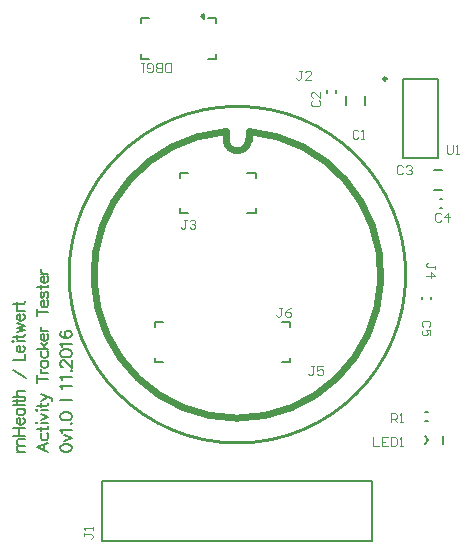
<source format=gto>
%FSLAX25Y25*%
%MOIN*%
G70*
G01*
G75*
G04 Layer_Color=65535*
%ADD10R,0.03150X0.03150*%
%ADD11R,0.03937X0.03937*%
%ADD12R,0.03740X0.03937*%
%ADD13O,0.01575X0.05906*%
%ADD14R,0.07087X0.07480*%
%ADD15R,0.06299X0.07480*%
%ADD16R,0.07284X0.05315*%
%ADD17R,0.05315X0.07284*%
%ADD18R,0.03937X0.03740*%
%ADD19R,0.08661X0.12992*%
%ADD20R,0.08661X0.03740*%
%ADD21C,0.01969*%
%ADD22C,0.00787*%
%ADD23C,0.01181*%
%ADD24C,0.03937*%
%ADD25O,0.04724X0.07480*%
%ADD26O,0.04134X0.04921*%
%ADD27C,0.07087*%
%ADD28O,0.03937X0.04724*%
%ADD29P,0.06494X8X202.5*%
%ADD30R,0.06000X0.06000*%
%ADD31C,0.23622*%
%ADD32C,0.04724*%
%ADD33C,0.02362*%
%ADD34R,0.03937X0.03937*%
%ADD35C,0.02362*%
%ADD36C,0.00984*%
%ADD37C,0.01000*%
%ADD38C,0.00591*%
%ADD39C,0.00492*%
D22*
X62402Y-53642D02*
X63583Y-55118D01*
X62402Y-56595D02*
X63583Y-55118D01*
X68504Y-56299D02*
Y-53937D01*
X62598Y-45669D02*
X63386D01*
X62598Y-48819D02*
X63386D01*
X64468Y-8268D02*
Y-7480D01*
X61516Y-8268D02*
Y-7480D01*
X42618Y56693D02*
Y59449D01*
X36122Y56693D02*
Y59449D01*
X32972Y60630D02*
Y61417D01*
X30020Y60630D02*
Y61417D01*
X65551Y34744D02*
X68307D01*
X65551Y28248D02*
X68307D01*
X67520Y25098D02*
X68307D01*
X67520Y22146D02*
X68307D01*
X-11185Y85240D02*
Y86740D01*
X-12185Y86240D02*
X-11185Y86740D01*
X-12185Y86240D02*
X-11185Y85240D01*
X-32283Y85433D02*
X-29528D01*
X-32283Y83858D02*
Y85433D01*
Y72047D02*
X-29528D01*
X-32283D02*
Y73622D01*
X-9843Y72047D02*
X-7087D01*
Y73622D01*
Y83858D02*
Y85433D01*
X-9843D02*
X-7087D01*
X55118Y38976D02*
X66929D01*
X55118Y65354D02*
X66929D01*
Y38976D02*
Y65354D01*
X55118Y38976D02*
Y65354D01*
X14842Y-15807D02*
X17598D01*
Y-17382D02*
Y-15807D01*
Y-29193D02*
Y-27618D01*
X14842Y-29193D02*
X17598D01*
X-27598D02*
Y-27618D01*
Y-29193D02*
X-24843D01*
X-27598Y-17382D02*
Y-15807D01*
X-24843D01*
X-19114Y33898D02*
X-16358D01*
X-19114Y32323D02*
Y33898D01*
Y20512D02*
X-16358D01*
X-19114D02*
Y22087D01*
X3327Y20512D02*
X6083D01*
Y22087D01*
Y32323D02*
Y33898D01*
X3327D02*
X6083D01*
X-62992Y-56056D02*
X-66928Y-57556D01*
X-62992Y-59055D01*
X-64304Y-58493D02*
Y-56618D01*
X-65054Y-52889D02*
X-65429Y-53263D01*
X-65616Y-53638D01*
Y-54201D01*
X-65429Y-54575D01*
X-65054Y-54950D01*
X-64492Y-55138D01*
X-64117D01*
X-63554Y-54950D01*
X-63180Y-54575D01*
X-62992Y-54201D01*
Y-53638D01*
X-63180Y-53263D01*
X-63554Y-52889D01*
X-66928Y-51483D02*
X-63742D01*
X-63180Y-51295D01*
X-62992Y-50920D01*
Y-50546D01*
X-65616Y-52045D02*
Y-50733D01*
X-66928Y-49608D02*
X-66741Y-49421D01*
X-66928Y-49233D01*
X-67116Y-49421D01*
X-66928Y-49608D01*
X-65616Y-49421D02*
X-62992D01*
X-65616Y-48540D02*
X-62992Y-47415D01*
X-65616Y-46291D02*
X-62992Y-47415D01*
X-66928Y-45279D02*
X-66741Y-45091D01*
X-66928Y-44904D01*
X-67116Y-45091D01*
X-66928Y-45279D01*
X-65616Y-45091D02*
X-62992D01*
X-66928Y-43648D02*
X-63742D01*
X-63180Y-43460D01*
X-62992Y-43086D01*
Y-42711D01*
X-65616Y-44210D02*
Y-42898D01*
Y-41961D02*
X-62992Y-40836D01*
X-65616Y-39712D02*
X-62992Y-40836D01*
X-62242Y-41211D01*
X-61867Y-41586D01*
X-61680Y-41961D01*
Y-42148D01*
X-66928Y-34651D02*
X-62992D01*
X-66928Y-35963D02*
Y-33339D01*
X-65616Y-32870D02*
X-62992D01*
X-64492D02*
X-65054Y-32683D01*
X-65429Y-32308D01*
X-65616Y-31933D01*
Y-31371D01*
Y-28765D02*
X-62992D01*
X-65054D02*
X-65429Y-29140D01*
X-65616Y-29515D01*
Y-30077D01*
X-65429Y-30452D01*
X-65054Y-30827D01*
X-64492Y-31015D01*
X-64117D01*
X-63554Y-30827D01*
X-63180Y-30452D01*
X-62992Y-30077D01*
Y-29515D01*
X-63180Y-29140D01*
X-63554Y-28765D01*
X-65054Y-25466D02*
X-65429Y-25841D01*
X-65616Y-26216D01*
Y-26779D01*
X-65429Y-27153D01*
X-65054Y-27528D01*
X-64492Y-27716D01*
X-64117D01*
X-63554Y-27528D01*
X-63180Y-27153D01*
X-62992Y-26779D01*
Y-26216D01*
X-63180Y-25841D01*
X-63554Y-25466D01*
X-66928Y-24623D02*
X-62992D01*
X-65616Y-22749D02*
X-63742Y-24623D01*
X-64492Y-23873D02*
X-62992Y-22561D01*
X-64492Y-21943D02*
Y-19693D01*
X-64867D01*
X-65241Y-19881D01*
X-65429Y-20068D01*
X-65616Y-20443D01*
Y-21005D01*
X-65429Y-21380D01*
X-65054Y-21755D01*
X-64492Y-21943D01*
X-64117D01*
X-63554Y-21755D01*
X-63180Y-21380D01*
X-62992Y-21005D01*
Y-20443D01*
X-63180Y-20068D01*
X-63554Y-19693D01*
X-65616Y-18850D02*
X-62992D01*
X-64492D02*
X-65054Y-18663D01*
X-65429Y-18288D01*
X-65616Y-17913D01*
Y-17350D01*
X-66928Y-12590D02*
X-62992D01*
X-66928Y-13902D02*
Y-11278D01*
X-64492Y-10809D02*
Y-8560D01*
X-64867D01*
X-65241Y-8747D01*
X-65429Y-8935D01*
X-65616Y-9309D01*
Y-9872D01*
X-65429Y-10247D01*
X-65054Y-10622D01*
X-64492Y-10809D01*
X-64117D01*
X-63554Y-10622D01*
X-63180Y-10247D01*
X-62992Y-9872D01*
Y-9309D01*
X-63180Y-8935D01*
X-63554Y-8560D01*
X-65054Y-5655D02*
X-65429Y-5842D01*
X-65616Y-6404D01*
Y-6966D01*
X-65429Y-7529D01*
X-65054Y-7716D01*
X-64679Y-7529D01*
X-64492Y-7154D01*
X-64304Y-6217D01*
X-64117Y-5842D01*
X-63742Y-5655D01*
X-63554D01*
X-63180Y-5842D01*
X-62992Y-6404D01*
Y-6966D01*
X-63180Y-7529D01*
X-63554Y-7716D01*
X-66928Y-4267D02*
X-63742D01*
X-63180Y-4080D01*
X-62992Y-3705D01*
Y-3330D01*
X-65616Y-4830D02*
Y-3518D01*
X-64492Y-2768D02*
Y-519D01*
X-64867D01*
X-65241Y-706D01*
X-65429Y-894D01*
X-65616Y-1268D01*
Y-1831D01*
X-65429Y-2206D01*
X-65054Y-2581D01*
X-64492Y-2768D01*
X-64117D01*
X-63554Y-2581D01*
X-63180Y-2206D01*
X-62992Y-1831D01*
Y-1268D01*
X-63180Y-894D01*
X-63554Y-519D01*
X-65616Y325D02*
X-62992D01*
X-64492D02*
X-65054Y512D01*
X-65429Y887D01*
X-65616Y1262D01*
Y1824D01*
X-59054Y-57930D02*
X-58867Y-58493D01*
X-58305Y-58868D01*
X-57367Y-59055D01*
X-56805D01*
X-55868Y-58868D01*
X-55306Y-58493D01*
X-55118Y-57930D01*
Y-57556D01*
X-55306Y-56993D01*
X-55868Y-56618D01*
X-56805Y-56431D01*
X-57367D01*
X-58305Y-56618D01*
X-58867Y-56993D01*
X-59054Y-57556D01*
Y-57930D01*
X-57742Y-55550D02*
X-55118Y-54425D01*
X-57742Y-53301D02*
X-55118Y-54425D01*
X-58305Y-52663D02*
X-58492Y-52289D01*
X-59054Y-51726D01*
X-55118D01*
X-55493Y-49590D02*
X-55306Y-49777D01*
X-55118Y-49590D01*
X-55306Y-49402D01*
X-55493Y-49590D01*
X-59054Y-47415D02*
X-58867Y-47978D01*
X-58305Y-48353D01*
X-57367Y-48540D01*
X-56805D01*
X-55868Y-48353D01*
X-55306Y-47978D01*
X-55118Y-47415D01*
Y-47040D01*
X-55306Y-46478D01*
X-55868Y-46103D01*
X-56805Y-45916D01*
X-57367D01*
X-58305Y-46103D01*
X-58867Y-46478D01*
X-59054Y-47040D01*
Y-47415D01*
Y-41942D02*
X-55118D01*
X-58305Y-38025D02*
X-58492Y-37650D01*
X-59054Y-37088D01*
X-55118D01*
X-58305Y-35138D02*
X-58492Y-34763D01*
X-59054Y-34201D01*
X-55118D01*
X-55493Y-32064D02*
X-55306Y-32252D01*
X-55118Y-32064D01*
X-55306Y-31877D01*
X-55493Y-32064D01*
X-58117Y-30827D02*
X-58305D01*
X-58679Y-30640D01*
X-58867Y-30452D01*
X-59054Y-30077D01*
Y-29328D01*
X-58867Y-28953D01*
X-58679Y-28765D01*
X-58305Y-28578D01*
X-57930D01*
X-57555Y-28765D01*
X-56993Y-29140D01*
X-55118Y-31015D01*
Y-28390D01*
X-59054Y-26385D02*
X-58867Y-26947D01*
X-58305Y-27322D01*
X-57367Y-27510D01*
X-56805D01*
X-55868Y-27322D01*
X-55306Y-26947D01*
X-55118Y-26385D01*
Y-26010D01*
X-55306Y-25448D01*
X-55868Y-25073D01*
X-56805Y-24885D01*
X-57367D01*
X-58305Y-25073D01*
X-58867Y-25448D01*
X-59054Y-26010D01*
Y-26385D01*
X-58305Y-24004D02*
X-58492Y-23630D01*
X-59054Y-23067D01*
X-55118D01*
X-58492Y-18869D02*
X-58867Y-19056D01*
X-59054Y-19618D01*
Y-19993D01*
X-58867Y-20556D01*
X-58305Y-20931D01*
X-57367Y-21118D01*
X-56430D01*
X-55680Y-20931D01*
X-55306Y-20556D01*
X-55118Y-19993D01*
Y-19806D01*
X-55306Y-19244D01*
X-55680Y-18869D01*
X-56243Y-18681D01*
X-56430D01*
X-56993Y-18869D01*
X-57367Y-19244D01*
X-57555Y-19806D01*
Y-19993D01*
X-57367Y-20556D01*
X-56993Y-20931D01*
X-56430Y-21118D01*
X-73490Y-59055D02*
X-70866D01*
X-72741D02*
X-73303Y-58493D01*
X-73490Y-58118D01*
Y-57556D01*
X-73303Y-57181D01*
X-72741Y-56993D01*
X-70866D01*
X-72741D02*
X-73303Y-56431D01*
X-73490Y-56056D01*
Y-55494D01*
X-73303Y-55119D01*
X-72741Y-54931D01*
X-70866D01*
X-74802Y-53694D02*
X-70866D01*
X-74802Y-51070D02*
X-70866D01*
X-72928Y-53694D02*
Y-51070D01*
X-72366Y-49983D02*
Y-47734D01*
X-72741D01*
X-73115Y-47921D01*
X-73303Y-48109D01*
X-73490Y-48484D01*
Y-49046D01*
X-73303Y-49421D01*
X-72928Y-49796D01*
X-72366Y-49983D01*
X-71991D01*
X-71428Y-49796D01*
X-71054Y-49421D01*
X-70866Y-49046D01*
Y-48484D01*
X-71054Y-48109D01*
X-71428Y-47734D01*
X-73490Y-44641D02*
X-70866D01*
X-72928D02*
X-73303Y-45016D01*
X-73490Y-45391D01*
Y-45953D01*
X-73303Y-46328D01*
X-72928Y-46703D01*
X-72366Y-46891D01*
X-71991D01*
X-71428Y-46703D01*
X-71054Y-46328D01*
X-70866Y-45953D01*
Y-45391D01*
X-71054Y-45016D01*
X-71428Y-44641D01*
X-74802Y-43592D02*
X-70866D01*
X-74802Y-42205D02*
X-71616D01*
X-71054Y-42017D01*
X-70866Y-41642D01*
Y-41267D01*
X-73490Y-42767D02*
Y-41455D01*
X-74802Y-40705D02*
X-70866D01*
X-72741D02*
X-73303Y-40143D01*
X-73490Y-39768D01*
Y-39206D01*
X-73303Y-38831D01*
X-72741Y-38643D01*
X-70866D01*
X-70304Y-34520D02*
X-74802Y-31896D01*
Y-28541D02*
X-70866D01*
Y-26291D01*
X-72366Y-25860D02*
Y-23611D01*
X-72741D01*
X-73115Y-23798D01*
X-73303Y-23986D01*
X-73490Y-24361D01*
Y-24923D01*
X-73303Y-25298D01*
X-72928Y-25673D01*
X-72366Y-25860D01*
X-71991D01*
X-71428Y-25673D01*
X-71054Y-25298D01*
X-70866Y-24923D01*
Y-24361D01*
X-71054Y-23986D01*
X-71428Y-23611D01*
X-74802Y-22393D02*
X-74615Y-22205D01*
X-74802Y-22018D01*
X-74990Y-22205D01*
X-74802Y-22393D01*
X-73490Y-22205D02*
X-70866D01*
X-74802Y-20762D02*
X-71616D01*
X-71054Y-20574D01*
X-70866Y-20200D01*
Y-19825D01*
X-73490Y-21324D02*
Y-20012D01*
Y-19262D02*
X-70866Y-18513D01*
X-73490Y-17763D02*
X-70866Y-18513D01*
X-73490Y-17763D02*
X-70866Y-17013D01*
X-73490Y-16263D02*
X-70866Y-17013D01*
X-72366Y-15345D02*
Y-13096D01*
X-72741D01*
X-73115Y-13283D01*
X-73303Y-13471D01*
X-73490Y-13846D01*
Y-14408D01*
X-73303Y-14783D01*
X-72928Y-15157D01*
X-72366Y-15345D01*
X-71991D01*
X-71428Y-15157D01*
X-71054Y-14783D01*
X-70866Y-14408D01*
Y-13846D01*
X-71054Y-13471D01*
X-71428Y-13096D01*
X-73490Y-12252D02*
X-70866D01*
X-72366D02*
X-72928Y-12065D01*
X-73303Y-11690D01*
X-73490Y-11315D01*
Y-10753D01*
X-74802Y-9834D02*
X-71616D01*
X-71054Y-9647D01*
X-70866Y-9272D01*
Y-8897D01*
X-73490Y-10397D02*
Y-9085D01*
D35*
X-4169Y47653D02*
G03*
X4169Y47653I4169J-47653D01*
G01*
X-3747Y44981D02*
G03*
X3747Y44981I3747J98D01*
G01*
X3746D02*
Y47767D01*
X-3746Y44981D02*
Y47767D01*
D36*
X49705Y65256D02*
G03*
X49705Y65256I-492J0D01*
G01*
D37*
X56102Y0D02*
G03*
X56102Y0I-56102J0D01*
G01*
D38*
X45000Y-88740D02*
Y-68740D01*
X-45000D02*
X45000D01*
X-45000Y-88740D02*
X45000D01*
X-45000D02*
Y-68740D01*
D39*
X-16930Y18306D02*
X-17914D01*
X-17422D01*
Y15846D01*
X-17914Y15354D01*
X-18406D01*
X-18898Y15846D01*
X-15946Y17814D02*
X-15454Y18306D01*
X-14470D01*
X-13978Y17814D01*
Y17322D01*
X-14470Y16830D01*
X-14962D01*
X-14470D01*
X-13978Y16338D01*
Y15846D01*
X-14470Y15354D01*
X-15454D01*
X-15946Y15846D01*
X40354Y47735D02*
X39862Y48227D01*
X38878D01*
X38386Y47735D01*
Y45768D01*
X38878Y45276D01*
X39862D01*
X40354Y45768D01*
X41338Y45276D02*
X42322D01*
X41830D01*
Y48227D01*
X41338Y47735D01*
X25099Y58070D02*
X24607Y57578D01*
Y56594D01*
X25099Y56102D01*
X27067D01*
X27559Y56594D01*
Y57578D01*
X27067Y58070D01*
X27559Y61022D02*
Y59054D01*
X25591Y61022D01*
X25099D01*
X24607Y60530D01*
Y59546D01*
X25099Y59054D01*
X55117Y35924D02*
X54625Y36416D01*
X53642D01*
X53150Y35924D01*
Y33957D01*
X53642Y33465D01*
X54625D01*
X55117Y33957D01*
X56101Y35924D02*
X56593Y36416D01*
X57577D01*
X58069Y35924D01*
Y35432D01*
X57577Y34940D01*
X57085D01*
X57577D01*
X58069Y34449D01*
Y33957D01*
X57577Y33465D01*
X56593D01*
X56101Y33957D01*
X67913Y20176D02*
X67421Y20668D01*
X66437D01*
X65945Y20176D01*
Y18209D01*
X66437Y17717D01*
X67421D01*
X67913Y18209D01*
X70373Y17717D02*
Y20668D01*
X68897Y19192D01*
X70865D01*
X63877Y-17322D02*
X64369Y-16830D01*
Y-15846D01*
X63877Y-15354D01*
X61909D01*
X61417Y-15846D01*
Y-16830D01*
X61909Y-17322D01*
X64369Y-20274D02*
Y-18306D01*
X62893D01*
X63385Y-19290D01*
Y-19782D01*
X62893Y-20274D01*
X61909D01*
X61417Y-19782D01*
Y-18798D01*
X61909Y-18306D01*
X-22264Y67560D02*
Y70512D01*
X-23740D01*
X-24232Y70020D01*
Y68052D01*
X-23740Y67560D01*
X-22264D01*
X-25216D02*
Y70512D01*
X-26691D01*
X-27183Y70020D01*
Y69528D01*
X-26691Y69036D01*
X-25216D01*
X-26691D01*
X-27183Y68544D01*
Y68052D01*
X-26691Y67560D01*
X-25216D01*
X-30135Y68052D02*
X-29643Y67560D01*
X-28659D01*
X-28167Y68052D01*
Y70020D01*
X-28659Y70512D01*
X-29643D01*
X-30135Y70020D01*
Y69036D01*
X-29151D01*
X-31119Y70512D02*
X-32103D01*
X-31611D01*
Y67560D01*
X-31119Y68052D01*
X-51202Y-86022D02*
Y-87006D01*
Y-86514D01*
X-48742D01*
X-48250Y-87006D01*
Y-87498D01*
X-48742Y-87990D01*
X-48250Y-85038D02*
Y-84054D01*
Y-84546D01*
X-51202D01*
X-50710Y-85038D01*
X21653Y67912D02*
X20669D01*
X21161D01*
Y65453D01*
X20669Y64961D01*
X20177D01*
X19685Y65453D01*
X24605Y64961D02*
X22637D01*
X24605Y66928D01*
Y67421D01*
X24113Y67912D01*
X23129D01*
X22637Y67421D01*
X65944Y1969D02*
Y2953D01*
Y2461D01*
X63484D01*
X62992Y2953D01*
Y3445D01*
X63484Y3937D01*
X62992Y-491D02*
X65944D01*
X64468Y985D01*
Y-983D01*
X25590Y-30513D02*
X24606D01*
X25098D01*
Y-32973D01*
X24606Y-33465D01*
X24114D01*
X23622Y-32973D01*
X28542Y-30513D02*
X26574D01*
Y-31989D01*
X27558Y-31497D01*
X28050D01*
X28542Y-31989D01*
Y-32973D01*
X28050Y-33465D01*
X27066D01*
X26574Y-32973D01*
X45276Y-54135D02*
Y-57087D01*
X47243D01*
X50195Y-54135D02*
X48227D01*
Y-57087D01*
X50195D01*
X48227Y-55611D02*
X49211D01*
X51179Y-54135D02*
Y-57087D01*
X52655D01*
X53147Y-56595D01*
Y-54627D01*
X52655Y-54135D01*
X51179D01*
X54131Y-57087D02*
X55115D01*
X54623D01*
Y-54135D01*
X54131Y-54627D01*
X51181Y-49213D02*
Y-46261D01*
X52657D01*
X53149Y-46753D01*
Y-47737D01*
X52657Y-48229D01*
X51181D01*
X52165D02*
X53149Y-49213D01*
X54133D02*
X55117D01*
X54625D01*
Y-46261D01*
X54133Y-46753D01*
X69882Y43306D02*
Y40846D01*
X70374Y40354D01*
X71358D01*
X71850Y40846D01*
Y43306D01*
X72834Y40354D02*
X73818D01*
X73326D01*
Y43306D01*
X72834Y42814D01*
X14968Y-11048D02*
X13984D01*
X14476D01*
Y-13508D01*
X13984Y-14000D01*
X13492D01*
X13000Y-13508D01*
X17920Y-11048D02*
X16936Y-11540D01*
X15952Y-12524D01*
Y-13508D01*
X16444Y-14000D01*
X17428D01*
X17920Y-13508D01*
Y-13016D01*
X17428Y-12524D01*
X15952D01*
M02*

</source>
